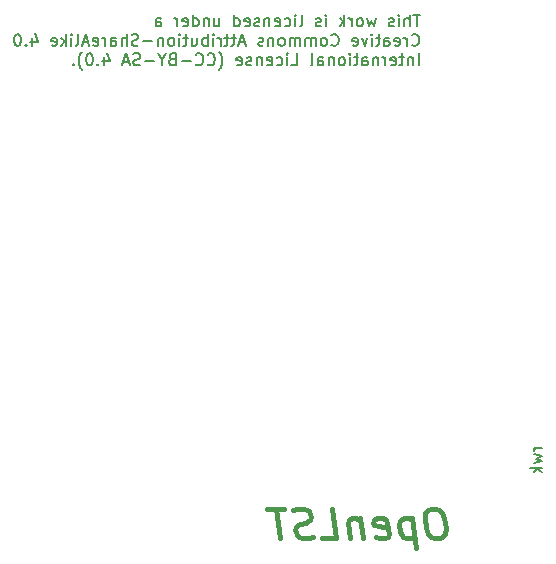
<source format=gbo>
G04 #@! TF.FileFunction,Legend,Bot*
%FSLAX46Y46*%
G04 Gerber Fmt 4.6, Leading zero omitted, Abs format (unit mm)*
G04 Created by KiCad (PCBNEW 4.0.7-e2-6376~58~ubuntu16.04.1) date Thu Aug  2 15:14:07 2018*
%MOMM*%
%LPD*%
G01*
G04 APERTURE LIST*
%ADD10C,0.100000*%
%ADD11C,0.150000*%
%ADD12C,0.450000*%
G04 APERTURE END LIST*
D10*
D11*
X161904762Y-41302381D02*
X161333333Y-41302381D01*
X161619048Y-42302381D02*
X161619048Y-41302381D01*
X161000000Y-42302381D02*
X161000000Y-41302381D01*
X160571428Y-42302381D02*
X160571428Y-41778571D01*
X160619047Y-41683333D01*
X160714285Y-41635714D01*
X160857143Y-41635714D01*
X160952381Y-41683333D01*
X161000000Y-41730952D01*
X160095238Y-42302381D02*
X160095238Y-41635714D01*
X160095238Y-41302381D02*
X160142857Y-41350000D01*
X160095238Y-41397619D01*
X160047619Y-41350000D01*
X160095238Y-41302381D01*
X160095238Y-41397619D01*
X159666667Y-42254762D02*
X159571429Y-42302381D01*
X159380953Y-42302381D01*
X159285714Y-42254762D01*
X159238095Y-42159524D01*
X159238095Y-42111905D01*
X159285714Y-42016667D01*
X159380953Y-41969048D01*
X159523810Y-41969048D01*
X159619048Y-41921429D01*
X159666667Y-41826190D01*
X159666667Y-41778571D01*
X159619048Y-41683333D01*
X159523810Y-41635714D01*
X159380953Y-41635714D01*
X159285714Y-41683333D01*
X158142857Y-41635714D02*
X157952381Y-42302381D01*
X157761904Y-41826190D01*
X157571428Y-42302381D01*
X157380952Y-41635714D01*
X156857143Y-42302381D02*
X156952381Y-42254762D01*
X157000000Y-42207143D01*
X157047619Y-42111905D01*
X157047619Y-41826190D01*
X157000000Y-41730952D01*
X156952381Y-41683333D01*
X156857143Y-41635714D01*
X156714285Y-41635714D01*
X156619047Y-41683333D01*
X156571428Y-41730952D01*
X156523809Y-41826190D01*
X156523809Y-42111905D01*
X156571428Y-42207143D01*
X156619047Y-42254762D01*
X156714285Y-42302381D01*
X156857143Y-42302381D01*
X156095238Y-42302381D02*
X156095238Y-41635714D01*
X156095238Y-41826190D02*
X156047619Y-41730952D01*
X156000000Y-41683333D01*
X155904762Y-41635714D01*
X155809523Y-41635714D01*
X155476190Y-42302381D02*
X155476190Y-41302381D01*
X155380952Y-41921429D02*
X155095237Y-42302381D01*
X155095237Y-41635714D02*
X155476190Y-42016667D01*
X153904761Y-42302381D02*
X153904761Y-41635714D01*
X153904761Y-41302381D02*
X153952380Y-41350000D01*
X153904761Y-41397619D01*
X153857142Y-41350000D01*
X153904761Y-41302381D01*
X153904761Y-41397619D01*
X153476190Y-42254762D02*
X153380952Y-42302381D01*
X153190476Y-42302381D01*
X153095237Y-42254762D01*
X153047618Y-42159524D01*
X153047618Y-42111905D01*
X153095237Y-42016667D01*
X153190476Y-41969048D01*
X153333333Y-41969048D01*
X153428571Y-41921429D01*
X153476190Y-41826190D01*
X153476190Y-41778571D01*
X153428571Y-41683333D01*
X153333333Y-41635714D01*
X153190476Y-41635714D01*
X153095237Y-41683333D01*
X151714285Y-42302381D02*
X151809523Y-42254762D01*
X151857142Y-42159524D01*
X151857142Y-41302381D01*
X151333332Y-42302381D02*
X151333332Y-41635714D01*
X151333332Y-41302381D02*
X151380951Y-41350000D01*
X151333332Y-41397619D01*
X151285713Y-41350000D01*
X151333332Y-41302381D01*
X151333332Y-41397619D01*
X150428570Y-42254762D02*
X150523808Y-42302381D01*
X150714285Y-42302381D01*
X150809523Y-42254762D01*
X150857142Y-42207143D01*
X150904761Y-42111905D01*
X150904761Y-41826190D01*
X150857142Y-41730952D01*
X150809523Y-41683333D01*
X150714285Y-41635714D01*
X150523808Y-41635714D01*
X150428570Y-41683333D01*
X149619046Y-42254762D02*
X149714284Y-42302381D01*
X149904761Y-42302381D01*
X149999999Y-42254762D01*
X150047618Y-42159524D01*
X150047618Y-41778571D01*
X149999999Y-41683333D01*
X149904761Y-41635714D01*
X149714284Y-41635714D01*
X149619046Y-41683333D01*
X149571427Y-41778571D01*
X149571427Y-41873810D01*
X150047618Y-41969048D01*
X149142856Y-41635714D02*
X149142856Y-42302381D01*
X149142856Y-41730952D02*
X149095237Y-41683333D01*
X148999999Y-41635714D01*
X148857141Y-41635714D01*
X148761903Y-41683333D01*
X148714284Y-41778571D01*
X148714284Y-42302381D01*
X148285713Y-42254762D02*
X148190475Y-42302381D01*
X147999999Y-42302381D01*
X147904760Y-42254762D01*
X147857141Y-42159524D01*
X147857141Y-42111905D01*
X147904760Y-42016667D01*
X147999999Y-41969048D01*
X148142856Y-41969048D01*
X148238094Y-41921429D01*
X148285713Y-41826190D01*
X148285713Y-41778571D01*
X148238094Y-41683333D01*
X148142856Y-41635714D01*
X147999999Y-41635714D01*
X147904760Y-41683333D01*
X147047617Y-42254762D02*
X147142855Y-42302381D01*
X147333332Y-42302381D01*
X147428570Y-42254762D01*
X147476189Y-42159524D01*
X147476189Y-41778571D01*
X147428570Y-41683333D01*
X147333332Y-41635714D01*
X147142855Y-41635714D01*
X147047617Y-41683333D01*
X146999998Y-41778571D01*
X146999998Y-41873810D01*
X147476189Y-41969048D01*
X146142855Y-42302381D02*
X146142855Y-41302381D01*
X146142855Y-42254762D02*
X146238093Y-42302381D01*
X146428570Y-42302381D01*
X146523808Y-42254762D01*
X146571427Y-42207143D01*
X146619046Y-42111905D01*
X146619046Y-41826190D01*
X146571427Y-41730952D01*
X146523808Y-41683333D01*
X146428570Y-41635714D01*
X146238093Y-41635714D01*
X146142855Y-41683333D01*
X144476188Y-41635714D02*
X144476188Y-42302381D01*
X144904760Y-41635714D02*
X144904760Y-42159524D01*
X144857141Y-42254762D01*
X144761903Y-42302381D01*
X144619045Y-42302381D01*
X144523807Y-42254762D01*
X144476188Y-42207143D01*
X143999998Y-41635714D02*
X143999998Y-42302381D01*
X143999998Y-41730952D02*
X143952379Y-41683333D01*
X143857141Y-41635714D01*
X143714283Y-41635714D01*
X143619045Y-41683333D01*
X143571426Y-41778571D01*
X143571426Y-42302381D01*
X142666664Y-42302381D02*
X142666664Y-41302381D01*
X142666664Y-42254762D02*
X142761902Y-42302381D01*
X142952379Y-42302381D01*
X143047617Y-42254762D01*
X143095236Y-42207143D01*
X143142855Y-42111905D01*
X143142855Y-41826190D01*
X143095236Y-41730952D01*
X143047617Y-41683333D01*
X142952379Y-41635714D01*
X142761902Y-41635714D01*
X142666664Y-41683333D01*
X141809521Y-42254762D02*
X141904759Y-42302381D01*
X142095236Y-42302381D01*
X142190474Y-42254762D01*
X142238093Y-42159524D01*
X142238093Y-41778571D01*
X142190474Y-41683333D01*
X142095236Y-41635714D01*
X141904759Y-41635714D01*
X141809521Y-41683333D01*
X141761902Y-41778571D01*
X141761902Y-41873810D01*
X142238093Y-41969048D01*
X141333331Y-42302381D02*
X141333331Y-41635714D01*
X141333331Y-41826190D02*
X141285712Y-41730952D01*
X141238093Y-41683333D01*
X141142855Y-41635714D01*
X141047616Y-41635714D01*
X139523806Y-42302381D02*
X139523806Y-41778571D01*
X139571425Y-41683333D01*
X139666663Y-41635714D01*
X139857140Y-41635714D01*
X139952378Y-41683333D01*
X139523806Y-42254762D02*
X139619044Y-42302381D01*
X139857140Y-42302381D01*
X139952378Y-42254762D01*
X139999997Y-42159524D01*
X139999997Y-42064286D01*
X139952378Y-41969048D01*
X139857140Y-41921429D01*
X139619044Y-41921429D01*
X139523806Y-41873810D01*
X161190476Y-43857143D02*
X161238095Y-43904762D01*
X161380952Y-43952381D01*
X161476190Y-43952381D01*
X161619048Y-43904762D01*
X161714286Y-43809524D01*
X161761905Y-43714286D01*
X161809524Y-43523810D01*
X161809524Y-43380952D01*
X161761905Y-43190476D01*
X161714286Y-43095238D01*
X161619048Y-43000000D01*
X161476190Y-42952381D01*
X161380952Y-42952381D01*
X161238095Y-43000000D01*
X161190476Y-43047619D01*
X160761905Y-43952381D02*
X160761905Y-43285714D01*
X160761905Y-43476190D02*
X160714286Y-43380952D01*
X160666667Y-43333333D01*
X160571429Y-43285714D01*
X160476190Y-43285714D01*
X159761904Y-43904762D02*
X159857142Y-43952381D01*
X160047619Y-43952381D01*
X160142857Y-43904762D01*
X160190476Y-43809524D01*
X160190476Y-43428571D01*
X160142857Y-43333333D01*
X160047619Y-43285714D01*
X159857142Y-43285714D01*
X159761904Y-43333333D01*
X159714285Y-43428571D01*
X159714285Y-43523810D01*
X160190476Y-43619048D01*
X158857142Y-43952381D02*
X158857142Y-43428571D01*
X158904761Y-43333333D01*
X158999999Y-43285714D01*
X159190476Y-43285714D01*
X159285714Y-43333333D01*
X158857142Y-43904762D02*
X158952380Y-43952381D01*
X159190476Y-43952381D01*
X159285714Y-43904762D01*
X159333333Y-43809524D01*
X159333333Y-43714286D01*
X159285714Y-43619048D01*
X159190476Y-43571429D01*
X158952380Y-43571429D01*
X158857142Y-43523810D01*
X158523809Y-43285714D02*
X158142857Y-43285714D01*
X158380952Y-42952381D02*
X158380952Y-43809524D01*
X158333333Y-43904762D01*
X158238095Y-43952381D01*
X158142857Y-43952381D01*
X157809523Y-43952381D02*
X157809523Y-43285714D01*
X157809523Y-42952381D02*
X157857142Y-43000000D01*
X157809523Y-43047619D01*
X157761904Y-43000000D01*
X157809523Y-42952381D01*
X157809523Y-43047619D01*
X157428571Y-43285714D02*
X157190476Y-43952381D01*
X156952380Y-43285714D01*
X156190475Y-43904762D02*
X156285713Y-43952381D01*
X156476190Y-43952381D01*
X156571428Y-43904762D01*
X156619047Y-43809524D01*
X156619047Y-43428571D01*
X156571428Y-43333333D01*
X156476190Y-43285714D01*
X156285713Y-43285714D01*
X156190475Y-43333333D01*
X156142856Y-43428571D01*
X156142856Y-43523810D01*
X156619047Y-43619048D01*
X154380951Y-43857143D02*
X154428570Y-43904762D01*
X154571427Y-43952381D01*
X154666665Y-43952381D01*
X154809523Y-43904762D01*
X154904761Y-43809524D01*
X154952380Y-43714286D01*
X154999999Y-43523810D01*
X154999999Y-43380952D01*
X154952380Y-43190476D01*
X154904761Y-43095238D01*
X154809523Y-43000000D01*
X154666665Y-42952381D01*
X154571427Y-42952381D01*
X154428570Y-43000000D01*
X154380951Y-43047619D01*
X153809523Y-43952381D02*
X153904761Y-43904762D01*
X153952380Y-43857143D01*
X153999999Y-43761905D01*
X153999999Y-43476190D01*
X153952380Y-43380952D01*
X153904761Y-43333333D01*
X153809523Y-43285714D01*
X153666665Y-43285714D01*
X153571427Y-43333333D01*
X153523808Y-43380952D01*
X153476189Y-43476190D01*
X153476189Y-43761905D01*
X153523808Y-43857143D01*
X153571427Y-43904762D01*
X153666665Y-43952381D01*
X153809523Y-43952381D01*
X153047618Y-43952381D02*
X153047618Y-43285714D01*
X153047618Y-43380952D02*
X152999999Y-43333333D01*
X152904761Y-43285714D01*
X152761903Y-43285714D01*
X152666665Y-43333333D01*
X152619046Y-43428571D01*
X152619046Y-43952381D01*
X152619046Y-43428571D02*
X152571427Y-43333333D01*
X152476189Y-43285714D01*
X152333332Y-43285714D01*
X152238094Y-43333333D01*
X152190475Y-43428571D01*
X152190475Y-43952381D01*
X151714285Y-43952381D02*
X151714285Y-43285714D01*
X151714285Y-43380952D02*
X151666666Y-43333333D01*
X151571428Y-43285714D01*
X151428570Y-43285714D01*
X151333332Y-43333333D01*
X151285713Y-43428571D01*
X151285713Y-43952381D01*
X151285713Y-43428571D02*
X151238094Y-43333333D01*
X151142856Y-43285714D01*
X150999999Y-43285714D01*
X150904761Y-43333333D01*
X150857142Y-43428571D01*
X150857142Y-43952381D01*
X150238095Y-43952381D02*
X150333333Y-43904762D01*
X150380952Y-43857143D01*
X150428571Y-43761905D01*
X150428571Y-43476190D01*
X150380952Y-43380952D01*
X150333333Y-43333333D01*
X150238095Y-43285714D01*
X150095237Y-43285714D01*
X149999999Y-43333333D01*
X149952380Y-43380952D01*
X149904761Y-43476190D01*
X149904761Y-43761905D01*
X149952380Y-43857143D01*
X149999999Y-43904762D01*
X150095237Y-43952381D01*
X150238095Y-43952381D01*
X149476190Y-43285714D02*
X149476190Y-43952381D01*
X149476190Y-43380952D02*
X149428571Y-43333333D01*
X149333333Y-43285714D01*
X149190475Y-43285714D01*
X149095237Y-43333333D01*
X149047618Y-43428571D01*
X149047618Y-43952381D01*
X148619047Y-43904762D02*
X148523809Y-43952381D01*
X148333333Y-43952381D01*
X148238094Y-43904762D01*
X148190475Y-43809524D01*
X148190475Y-43761905D01*
X148238094Y-43666667D01*
X148333333Y-43619048D01*
X148476190Y-43619048D01*
X148571428Y-43571429D01*
X148619047Y-43476190D01*
X148619047Y-43428571D01*
X148571428Y-43333333D01*
X148476190Y-43285714D01*
X148333333Y-43285714D01*
X148238094Y-43333333D01*
X147047618Y-43666667D02*
X146571427Y-43666667D01*
X147142856Y-43952381D02*
X146809523Y-42952381D01*
X146476189Y-43952381D01*
X146285713Y-43285714D02*
X145904761Y-43285714D01*
X146142856Y-42952381D02*
X146142856Y-43809524D01*
X146095237Y-43904762D01*
X145999999Y-43952381D01*
X145904761Y-43952381D01*
X145714284Y-43285714D02*
X145333332Y-43285714D01*
X145571427Y-42952381D02*
X145571427Y-43809524D01*
X145523808Y-43904762D01*
X145428570Y-43952381D01*
X145333332Y-43952381D01*
X144999998Y-43952381D02*
X144999998Y-43285714D01*
X144999998Y-43476190D02*
X144952379Y-43380952D01*
X144904760Y-43333333D01*
X144809522Y-43285714D01*
X144714283Y-43285714D01*
X144380950Y-43952381D02*
X144380950Y-43285714D01*
X144380950Y-42952381D02*
X144428569Y-43000000D01*
X144380950Y-43047619D01*
X144333331Y-43000000D01*
X144380950Y-42952381D01*
X144380950Y-43047619D01*
X143904760Y-43952381D02*
X143904760Y-42952381D01*
X143904760Y-43333333D02*
X143809522Y-43285714D01*
X143619045Y-43285714D01*
X143523807Y-43333333D01*
X143476188Y-43380952D01*
X143428569Y-43476190D01*
X143428569Y-43761905D01*
X143476188Y-43857143D01*
X143523807Y-43904762D01*
X143619045Y-43952381D01*
X143809522Y-43952381D01*
X143904760Y-43904762D01*
X142571426Y-43285714D02*
X142571426Y-43952381D01*
X142999998Y-43285714D02*
X142999998Y-43809524D01*
X142952379Y-43904762D01*
X142857141Y-43952381D01*
X142714283Y-43952381D01*
X142619045Y-43904762D01*
X142571426Y-43857143D01*
X142238093Y-43285714D02*
X141857141Y-43285714D01*
X142095236Y-42952381D02*
X142095236Y-43809524D01*
X142047617Y-43904762D01*
X141952379Y-43952381D01*
X141857141Y-43952381D01*
X141523807Y-43952381D02*
X141523807Y-43285714D01*
X141523807Y-42952381D02*
X141571426Y-43000000D01*
X141523807Y-43047619D01*
X141476188Y-43000000D01*
X141523807Y-42952381D01*
X141523807Y-43047619D01*
X140904760Y-43952381D02*
X140999998Y-43904762D01*
X141047617Y-43857143D01*
X141095236Y-43761905D01*
X141095236Y-43476190D01*
X141047617Y-43380952D01*
X140999998Y-43333333D01*
X140904760Y-43285714D01*
X140761902Y-43285714D01*
X140666664Y-43333333D01*
X140619045Y-43380952D01*
X140571426Y-43476190D01*
X140571426Y-43761905D01*
X140619045Y-43857143D01*
X140666664Y-43904762D01*
X140761902Y-43952381D01*
X140904760Y-43952381D01*
X140142855Y-43285714D02*
X140142855Y-43952381D01*
X140142855Y-43380952D02*
X140095236Y-43333333D01*
X139999998Y-43285714D01*
X139857140Y-43285714D01*
X139761902Y-43333333D01*
X139714283Y-43428571D01*
X139714283Y-43952381D01*
X139238093Y-43571429D02*
X138476188Y-43571429D01*
X138047617Y-43904762D02*
X137904760Y-43952381D01*
X137666664Y-43952381D01*
X137571426Y-43904762D01*
X137523807Y-43857143D01*
X137476188Y-43761905D01*
X137476188Y-43666667D01*
X137523807Y-43571429D01*
X137571426Y-43523810D01*
X137666664Y-43476190D01*
X137857141Y-43428571D01*
X137952379Y-43380952D01*
X137999998Y-43333333D01*
X138047617Y-43238095D01*
X138047617Y-43142857D01*
X137999998Y-43047619D01*
X137952379Y-43000000D01*
X137857141Y-42952381D01*
X137619045Y-42952381D01*
X137476188Y-43000000D01*
X137047617Y-43952381D02*
X137047617Y-42952381D01*
X136619045Y-43952381D02*
X136619045Y-43428571D01*
X136666664Y-43333333D01*
X136761902Y-43285714D01*
X136904760Y-43285714D01*
X136999998Y-43333333D01*
X137047617Y-43380952D01*
X135714283Y-43952381D02*
X135714283Y-43428571D01*
X135761902Y-43333333D01*
X135857140Y-43285714D01*
X136047617Y-43285714D01*
X136142855Y-43333333D01*
X135714283Y-43904762D02*
X135809521Y-43952381D01*
X136047617Y-43952381D01*
X136142855Y-43904762D01*
X136190474Y-43809524D01*
X136190474Y-43714286D01*
X136142855Y-43619048D01*
X136047617Y-43571429D01*
X135809521Y-43571429D01*
X135714283Y-43523810D01*
X135238093Y-43952381D02*
X135238093Y-43285714D01*
X135238093Y-43476190D02*
X135190474Y-43380952D01*
X135142855Y-43333333D01*
X135047617Y-43285714D01*
X134952378Y-43285714D01*
X134238092Y-43904762D02*
X134333330Y-43952381D01*
X134523807Y-43952381D01*
X134619045Y-43904762D01*
X134666664Y-43809524D01*
X134666664Y-43428571D01*
X134619045Y-43333333D01*
X134523807Y-43285714D01*
X134333330Y-43285714D01*
X134238092Y-43333333D01*
X134190473Y-43428571D01*
X134190473Y-43523810D01*
X134666664Y-43619048D01*
X133809521Y-43666667D02*
X133333330Y-43666667D01*
X133904759Y-43952381D02*
X133571426Y-42952381D01*
X133238092Y-43952381D01*
X132761902Y-43952381D02*
X132857140Y-43904762D01*
X132904759Y-43809524D01*
X132904759Y-42952381D01*
X132380949Y-43952381D02*
X132380949Y-43285714D01*
X132380949Y-42952381D02*
X132428568Y-43000000D01*
X132380949Y-43047619D01*
X132333330Y-43000000D01*
X132380949Y-42952381D01*
X132380949Y-43047619D01*
X131904759Y-43952381D02*
X131904759Y-42952381D01*
X131809521Y-43571429D02*
X131523806Y-43952381D01*
X131523806Y-43285714D02*
X131904759Y-43666667D01*
X130714282Y-43904762D02*
X130809520Y-43952381D01*
X130999997Y-43952381D01*
X131095235Y-43904762D01*
X131142854Y-43809524D01*
X131142854Y-43428571D01*
X131095235Y-43333333D01*
X130999997Y-43285714D01*
X130809520Y-43285714D01*
X130714282Y-43333333D01*
X130666663Y-43428571D01*
X130666663Y-43523810D01*
X131142854Y-43619048D01*
X129047615Y-43285714D02*
X129047615Y-43952381D01*
X129285711Y-42904762D02*
X129523806Y-43619048D01*
X128904758Y-43619048D01*
X128523806Y-43857143D02*
X128476187Y-43904762D01*
X128523806Y-43952381D01*
X128571425Y-43904762D01*
X128523806Y-43857143D01*
X128523806Y-43952381D01*
X127857140Y-42952381D02*
X127761901Y-42952381D01*
X127666663Y-43000000D01*
X127619044Y-43047619D01*
X127571425Y-43142857D01*
X127523806Y-43333333D01*
X127523806Y-43571429D01*
X127571425Y-43761905D01*
X127619044Y-43857143D01*
X127666663Y-43904762D01*
X127761901Y-43952381D01*
X127857140Y-43952381D01*
X127952378Y-43904762D01*
X127999997Y-43857143D01*
X128047616Y-43761905D01*
X128095235Y-43571429D01*
X128095235Y-43333333D01*
X128047616Y-43142857D01*
X127999997Y-43047619D01*
X127952378Y-43000000D01*
X127857140Y-42952381D01*
X161761905Y-45602381D02*
X161761905Y-44602381D01*
X161285715Y-44935714D02*
X161285715Y-45602381D01*
X161285715Y-45030952D02*
X161238096Y-44983333D01*
X161142858Y-44935714D01*
X161000000Y-44935714D01*
X160904762Y-44983333D01*
X160857143Y-45078571D01*
X160857143Y-45602381D01*
X160523810Y-44935714D02*
X160142858Y-44935714D01*
X160380953Y-44602381D02*
X160380953Y-45459524D01*
X160333334Y-45554762D01*
X160238096Y-45602381D01*
X160142858Y-45602381D01*
X159428571Y-45554762D02*
X159523809Y-45602381D01*
X159714286Y-45602381D01*
X159809524Y-45554762D01*
X159857143Y-45459524D01*
X159857143Y-45078571D01*
X159809524Y-44983333D01*
X159714286Y-44935714D01*
X159523809Y-44935714D01*
X159428571Y-44983333D01*
X159380952Y-45078571D01*
X159380952Y-45173810D01*
X159857143Y-45269048D01*
X158952381Y-45602381D02*
X158952381Y-44935714D01*
X158952381Y-45126190D02*
X158904762Y-45030952D01*
X158857143Y-44983333D01*
X158761905Y-44935714D01*
X158666666Y-44935714D01*
X158333333Y-44935714D02*
X158333333Y-45602381D01*
X158333333Y-45030952D02*
X158285714Y-44983333D01*
X158190476Y-44935714D01*
X158047618Y-44935714D01*
X157952380Y-44983333D01*
X157904761Y-45078571D01*
X157904761Y-45602381D01*
X156999999Y-45602381D02*
X156999999Y-45078571D01*
X157047618Y-44983333D01*
X157142856Y-44935714D01*
X157333333Y-44935714D01*
X157428571Y-44983333D01*
X156999999Y-45554762D02*
X157095237Y-45602381D01*
X157333333Y-45602381D01*
X157428571Y-45554762D01*
X157476190Y-45459524D01*
X157476190Y-45364286D01*
X157428571Y-45269048D01*
X157333333Y-45221429D01*
X157095237Y-45221429D01*
X156999999Y-45173810D01*
X156666666Y-44935714D02*
X156285714Y-44935714D01*
X156523809Y-44602381D02*
X156523809Y-45459524D01*
X156476190Y-45554762D01*
X156380952Y-45602381D01*
X156285714Y-45602381D01*
X155952380Y-45602381D02*
X155952380Y-44935714D01*
X155952380Y-44602381D02*
X155999999Y-44650000D01*
X155952380Y-44697619D01*
X155904761Y-44650000D01*
X155952380Y-44602381D01*
X155952380Y-44697619D01*
X155333333Y-45602381D02*
X155428571Y-45554762D01*
X155476190Y-45507143D01*
X155523809Y-45411905D01*
X155523809Y-45126190D01*
X155476190Y-45030952D01*
X155428571Y-44983333D01*
X155333333Y-44935714D01*
X155190475Y-44935714D01*
X155095237Y-44983333D01*
X155047618Y-45030952D01*
X154999999Y-45126190D01*
X154999999Y-45411905D01*
X155047618Y-45507143D01*
X155095237Y-45554762D01*
X155190475Y-45602381D01*
X155333333Y-45602381D01*
X154571428Y-44935714D02*
X154571428Y-45602381D01*
X154571428Y-45030952D02*
X154523809Y-44983333D01*
X154428571Y-44935714D01*
X154285713Y-44935714D01*
X154190475Y-44983333D01*
X154142856Y-45078571D01*
X154142856Y-45602381D01*
X153238094Y-45602381D02*
X153238094Y-45078571D01*
X153285713Y-44983333D01*
X153380951Y-44935714D01*
X153571428Y-44935714D01*
X153666666Y-44983333D01*
X153238094Y-45554762D02*
X153333332Y-45602381D01*
X153571428Y-45602381D01*
X153666666Y-45554762D01*
X153714285Y-45459524D01*
X153714285Y-45364286D01*
X153666666Y-45269048D01*
X153571428Y-45221429D01*
X153333332Y-45221429D01*
X153238094Y-45173810D01*
X152619047Y-45602381D02*
X152714285Y-45554762D01*
X152761904Y-45459524D01*
X152761904Y-44602381D01*
X150999998Y-45602381D02*
X151476189Y-45602381D01*
X151476189Y-44602381D01*
X150666665Y-45602381D02*
X150666665Y-44935714D01*
X150666665Y-44602381D02*
X150714284Y-44650000D01*
X150666665Y-44697619D01*
X150619046Y-44650000D01*
X150666665Y-44602381D01*
X150666665Y-44697619D01*
X149761903Y-45554762D02*
X149857141Y-45602381D01*
X150047618Y-45602381D01*
X150142856Y-45554762D01*
X150190475Y-45507143D01*
X150238094Y-45411905D01*
X150238094Y-45126190D01*
X150190475Y-45030952D01*
X150142856Y-44983333D01*
X150047618Y-44935714D01*
X149857141Y-44935714D01*
X149761903Y-44983333D01*
X148952379Y-45554762D02*
X149047617Y-45602381D01*
X149238094Y-45602381D01*
X149333332Y-45554762D01*
X149380951Y-45459524D01*
X149380951Y-45078571D01*
X149333332Y-44983333D01*
X149238094Y-44935714D01*
X149047617Y-44935714D01*
X148952379Y-44983333D01*
X148904760Y-45078571D01*
X148904760Y-45173810D01*
X149380951Y-45269048D01*
X148476189Y-44935714D02*
X148476189Y-45602381D01*
X148476189Y-45030952D02*
X148428570Y-44983333D01*
X148333332Y-44935714D01*
X148190474Y-44935714D01*
X148095236Y-44983333D01*
X148047617Y-45078571D01*
X148047617Y-45602381D01*
X147619046Y-45554762D02*
X147523808Y-45602381D01*
X147333332Y-45602381D01*
X147238093Y-45554762D01*
X147190474Y-45459524D01*
X147190474Y-45411905D01*
X147238093Y-45316667D01*
X147333332Y-45269048D01*
X147476189Y-45269048D01*
X147571427Y-45221429D01*
X147619046Y-45126190D01*
X147619046Y-45078571D01*
X147571427Y-44983333D01*
X147476189Y-44935714D01*
X147333332Y-44935714D01*
X147238093Y-44983333D01*
X146380950Y-45554762D02*
X146476188Y-45602381D01*
X146666665Y-45602381D01*
X146761903Y-45554762D01*
X146809522Y-45459524D01*
X146809522Y-45078571D01*
X146761903Y-44983333D01*
X146666665Y-44935714D01*
X146476188Y-44935714D01*
X146380950Y-44983333D01*
X146333331Y-45078571D01*
X146333331Y-45173810D01*
X146809522Y-45269048D01*
X144857140Y-45983333D02*
X144904760Y-45935714D01*
X144999998Y-45792857D01*
X145047617Y-45697619D01*
X145095236Y-45554762D01*
X145142855Y-45316667D01*
X145142855Y-45126190D01*
X145095236Y-44888095D01*
X145047617Y-44745238D01*
X144999998Y-44650000D01*
X144904760Y-44507143D01*
X144857140Y-44459524D01*
X143904759Y-45507143D02*
X143952378Y-45554762D01*
X144095235Y-45602381D01*
X144190473Y-45602381D01*
X144333331Y-45554762D01*
X144428569Y-45459524D01*
X144476188Y-45364286D01*
X144523807Y-45173810D01*
X144523807Y-45030952D01*
X144476188Y-44840476D01*
X144428569Y-44745238D01*
X144333331Y-44650000D01*
X144190473Y-44602381D01*
X144095235Y-44602381D01*
X143952378Y-44650000D01*
X143904759Y-44697619D01*
X142904759Y-45507143D02*
X142952378Y-45554762D01*
X143095235Y-45602381D01*
X143190473Y-45602381D01*
X143333331Y-45554762D01*
X143428569Y-45459524D01*
X143476188Y-45364286D01*
X143523807Y-45173810D01*
X143523807Y-45030952D01*
X143476188Y-44840476D01*
X143428569Y-44745238D01*
X143333331Y-44650000D01*
X143190473Y-44602381D01*
X143095235Y-44602381D01*
X142952378Y-44650000D01*
X142904759Y-44697619D01*
X142476188Y-45221429D02*
X141714283Y-45221429D01*
X140904759Y-45078571D02*
X140761902Y-45126190D01*
X140714283Y-45173810D01*
X140666664Y-45269048D01*
X140666664Y-45411905D01*
X140714283Y-45507143D01*
X140761902Y-45554762D01*
X140857140Y-45602381D01*
X141238093Y-45602381D01*
X141238093Y-44602381D01*
X140904759Y-44602381D01*
X140809521Y-44650000D01*
X140761902Y-44697619D01*
X140714283Y-44792857D01*
X140714283Y-44888095D01*
X140761902Y-44983333D01*
X140809521Y-45030952D01*
X140904759Y-45078571D01*
X141238093Y-45078571D01*
X140047617Y-45126190D02*
X140047617Y-45602381D01*
X140380950Y-44602381D02*
X140047617Y-45126190D01*
X139714283Y-44602381D01*
X139380950Y-45221429D02*
X138619045Y-45221429D01*
X138190474Y-45554762D02*
X138047617Y-45602381D01*
X137809521Y-45602381D01*
X137714283Y-45554762D01*
X137666664Y-45507143D01*
X137619045Y-45411905D01*
X137619045Y-45316667D01*
X137666664Y-45221429D01*
X137714283Y-45173810D01*
X137809521Y-45126190D01*
X137999998Y-45078571D01*
X138095236Y-45030952D01*
X138142855Y-44983333D01*
X138190474Y-44888095D01*
X138190474Y-44792857D01*
X138142855Y-44697619D01*
X138095236Y-44650000D01*
X137999998Y-44602381D01*
X137761902Y-44602381D01*
X137619045Y-44650000D01*
X137238093Y-45316667D02*
X136761902Y-45316667D01*
X137333331Y-45602381D02*
X136999998Y-44602381D01*
X136666664Y-45602381D01*
X135142854Y-44935714D02*
X135142854Y-45602381D01*
X135380950Y-44554762D02*
X135619045Y-45269048D01*
X134999997Y-45269048D01*
X134619045Y-45507143D02*
X134571426Y-45554762D01*
X134619045Y-45602381D01*
X134666664Y-45554762D01*
X134619045Y-45507143D01*
X134619045Y-45602381D01*
X133952379Y-44602381D02*
X133857140Y-44602381D01*
X133761902Y-44650000D01*
X133714283Y-44697619D01*
X133666664Y-44792857D01*
X133619045Y-44983333D01*
X133619045Y-45221429D01*
X133666664Y-45411905D01*
X133714283Y-45507143D01*
X133761902Y-45554762D01*
X133857140Y-45602381D01*
X133952379Y-45602381D01*
X134047617Y-45554762D01*
X134095236Y-45507143D01*
X134142855Y-45411905D01*
X134190474Y-45221429D01*
X134190474Y-44983333D01*
X134142855Y-44792857D01*
X134095236Y-44697619D01*
X134047617Y-44650000D01*
X133952379Y-44602381D01*
X133285712Y-45983333D02*
X133238093Y-45935714D01*
X133142855Y-45792857D01*
X133095236Y-45697619D01*
X133047617Y-45554762D01*
X132999998Y-45316667D01*
X132999998Y-45126190D01*
X133047617Y-44888095D01*
X133095236Y-44745238D01*
X133142855Y-44650000D01*
X133238093Y-44507143D01*
X133285712Y-44459524D01*
X132523807Y-45507143D02*
X132476188Y-45554762D01*
X132523807Y-45602381D01*
X132571426Y-45554762D01*
X132523807Y-45507143D01*
X132523807Y-45602381D01*
X172202381Y-78000000D02*
X171535714Y-78000000D01*
X171726190Y-78000000D02*
X171630952Y-78047619D01*
X171583333Y-78095238D01*
X171535714Y-78190476D01*
X171535714Y-78285715D01*
X171535714Y-78523810D02*
X172202381Y-78714286D01*
X171726190Y-78904763D01*
X172202381Y-79095239D01*
X171535714Y-79285715D01*
X172202381Y-79666667D02*
X171202381Y-79666667D01*
X171821429Y-79761905D02*
X172202381Y-80047620D01*
X171535714Y-80047620D02*
X171916667Y-79666667D01*
D12*
X163255059Y-83130952D02*
X162778869Y-83130952D01*
X162555655Y-83250000D01*
X162347321Y-83488095D01*
X162287798Y-83964286D01*
X162391964Y-84797619D01*
X162570535Y-85273810D01*
X162838393Y-85511905D01*
X163091369Y-85630952D01*
X163567559Y-85630952D01*
X163790774Y-85511905D01*
X163999107Y-85273810D01*
X164058631Y-84797619D01*
X163954465Y-83964286D01*
X163775893Y-83488095D01*
X163508036Y-83250000D01*
X163255059Y-83130952D01*
X161216369Y-83964286D02*
X161528869Y-86464286D01*
X161231250Y-84083333D02*
X160978274Y-83964286D01*
X160502083Y-83964286D01*
X160278869Y-84083333D01*
X160174702Y-84202381D01*
X160085416Y-84440476D01*
X160174702Y-85154762D01*
X160323511Y-85392857D01*
X160457440Y-85511905D01*
X160710416Y-85630952D01*
X161186607Y-85630952D01*
X161409821Y-85511905D01*
X158195535Y-85511905D02*
X158448511Y-85630952D01*
X158924702Y-85630952D01*
X159147916Y-85511905D01*
X159237202Y-85273810D01*
X159118155Y-84321429D01*
X158969345Y-84083333D01*
X158716369Y-83964286D01*
X158240178Y-83964286D01*
X158016964Y-84083333D01*
X157927678Y-84321429D01*
X157957439Y-84559524D01*
X159177678Y-84797619D01*
X156811607Y-83964286D02*
X157019940Y-85630952D01*
X156841369Y-84202381D02*
X156707440Y-84083333D01*
X156454464Y-83964286D01*
X156097321Y-83964286D01*
X155874107Y-84083333D01*
X155784821Y-84321429D01*
X155948511Y-85630952D01*
X153567559Y-85630952D02*
X154758035Y-85630952D01*
X154445535Y-83130952D01*
X152838392Y-85511905D02*
X152496130Y-85630952D01*
X151900892Y-85630952D01*
X151647915Y-85511905D01*
X151513987Y-85392857D01*
X151365177Y-85154762D01*
X151335415Y-84916667D01*
X151424701Y-84678571D01*
X151528867Y-84559524D01*
X151752082Y-84440476D01*
X152213392Y-84321429D01*
X152436606Y-84202381D01*
X152540773Y-84083333D01*
X152630059Y-83845238D01*
X152600297Y-83607143D01*
X152451487Y-83369048D01*
X152317558Y-83250000D01*
X152064582Y-83130952D01*
X151469344Y-83130952D01*
X151127082Y-83250000D01*
X150397916Y-83130952D02*
X148969344Y-83130952D01*
X149996130Y-85630952D02*
X149683630Y-83130952D01*
M02*

</source>
